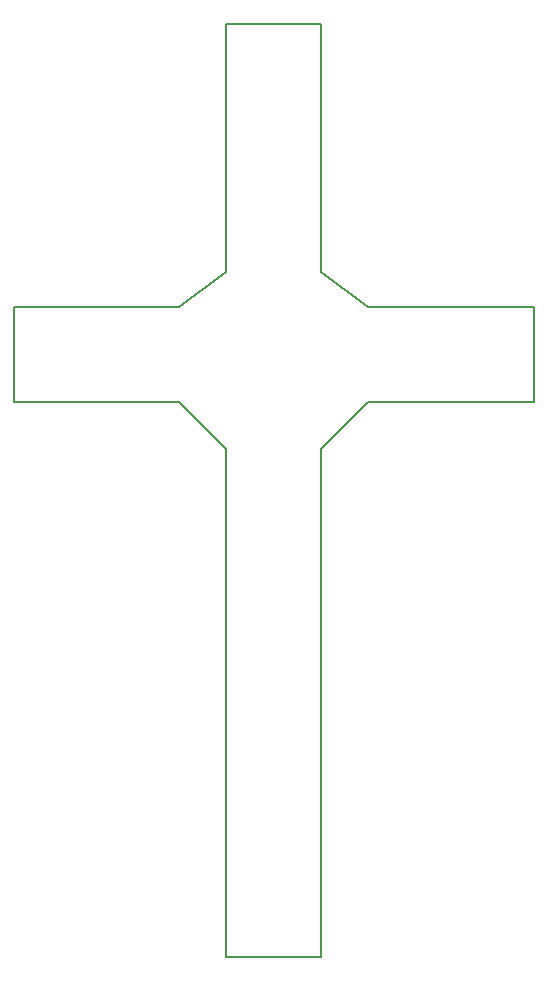
<source format=gko>
G04 DipTrace 2.4.0.2*
%INcross.gko*%
%MOMM*%
%ADD11C,0.14*%
%FSLAX53Y53*%
G04*
G71*
G90*
G75*
G01*
%LNBoardOutline*%
%LPD*%
X36000Y10000D2*
D11*
Y53000D1*
X40000Y57000D1*
X54000D1*
Y65000D1*
X40000D1*
X36000Y68000D1*
Y89000D1*
X28000D1*
Y68000D1*
X24000Y65000D1*
X10000D1*
Y57000D1*
X24000D1*
X28000Y53000D1*
Y10000D1*
X36000D1*
M02*

</source>
